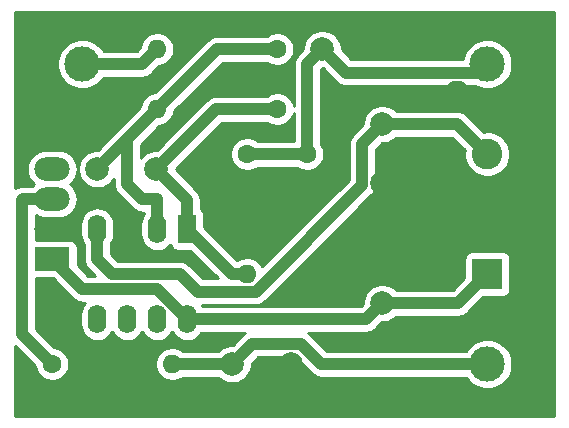
<source format=gbr>
%TF.GenerationSoftware,KiCad,Pcbnew,(5.1.9)-1*%
%TF.CreationDate,2021-11-03T21:44:47+07:00*%
%TF.ProjectId,PMT_Mini_Amp,504d545f-4d69-46e6-995f-416d702e6b69,rev?*%
%TF.SameCoordinates,Original*%
%TF.FileFunction,Copper,L2,Bot*%
%TF.FilePolarity,Positive*%
%FSLAX46Y46*%
G04 Gerber Fmt 4.6, Leading zero omitted, Abs format (unit mm)*
G04 Created by KiCad (PCBNEW (5.1.9)-1) date 2021-11-03 21:44:47*
%MOMM*%
%LPD*%
G01*
G04 APERTURE LIST*
%TA.AperFunction,ComponentPad*%
%ADD10O,1.600000X1.600000*%
%TD*%
%TA.AperFunction,ComponentPad*%
%ADD11C,1.600000*%
%TD*%
%TA.AperFunction,ComponentPad*%
%ADD12O,3.000000X2.000000*%
%TD*%
%TA.AperFunction,ComponentPad*%
%ADD13R,3.000000X2.000000*%
%TD*%
%TA.AperFunction,ComponentPad*%
%ADD14O,1.600000X2.400000*%
%TD*%
%TA.AperFunction,ComponentPad*%
%ADD15R,1.600000X2.400000*%
%TD*%
%TA.AperFunction,ComponentPad*%
%ADD16C,2.250000*%
%TD*%
%TA.AperFunction,ComponentPad*%
%ADD17C,3.000000*%
%TD*%
%TA.AperFunction,ComponentPad*%
%ADD18C,2.600000*%
%TD*%
%TA.AperFunction,ComponentPad*%
%ADD19R,2.600000X2.600000*%
%TD*%
%TA.AperFunction,ComponentPad*%
%ADD20C,2.000000*%
%TD*%
%TA.AperFunction,Conductor*%
%ADD21C,1.000000*%
%TD*%
%TA.AperFunction,Conductor*%
%ADD22C,0.254000*%
%TD*%
%TA.AperFunction,Conductor*%
%ADD23C,0.100000*%
%TD*%
G04 APERTURE END LIST*
D10*
%TO.P,R5,2*%
%TO.N,GND*%
X130810000Y-140970000D03*
D11*
%TO.P,R5,1*%
%TO.N,Net-(C5-Pad1)*%
X130810000Y-130810000D03*
%TD*%
D12*
%TO.P,J1,4*%
%TO.N,Blue*%
X109220000Y-132080000D03*
%TO.P,J1,3*%
%TO.N,White*%
X109220000Y-134620000D03*
%TO.P,J1,2*%
%TO.N,GND*%
X109220000Y-137160000D03*
D13*
%TO.P,J1,1*%
%TO.N,+12V*%
X109220000Y-139700000D03*
%TD*%
D14*
%TO.P,U1,8*%
%TO.N,+12V*%
X120650000Y-144780000D03*
%TO.P,U1,4*%
%TO.N,-12V*%
X113030000Y-137160000D03*
%TO.P,U1,7*%
%TO.N,N/C*%
X118110000Y-144780000D03*
%TO.P,U1,3*%
%TO.N,GND*%
X115570000Y-137160000D03*
%TO.P,U1,6*%
%TO.N,N/C*%
X115570000Y-144780000D03*
%TO.P,U1,2*%
%TO.N,Net-(C4-Pad2)*%
X118110000Y-137160000D03*
%TO.P,U1,5*%
%TO.N,N/C*%
X113030000Y-144780000D03*
D15*
%TO.P,U1,1*%
%TO.N,Net-(C4-Pad1)*%
X120650000Y-137160000D03*
%TD*%
D10*
%TO.P,R4,2*%
%TO.N,Net-(C4-Pad1)*%
X125730000Y-140970000D03*
D11*
%TO.P,R4,1*%
%TO.N,Net-(C5-Pad1)*%
X125730000Y-130810000D03*
%TD*%
D10*
%TO.P,R3,2*%
%TO.N,Net-(C4-Pad2)*%
X118110000Y-127000000D03*
D11*
%TO.P,R3,1*%
%TO.N,Net-(C4-Pad1)*%
X128270000Y-127000000D03*
%TD*%
D10*
%TO.P,R2,2*%
%TO.N,Net-(C1-Pad1)*%
X119380000Y-148590000D03*
D11*
%TO.P,R2,1*%
%TO.N,White*%
X109220000Y-148590000D03*
%TD*%
D10*
%TO.P,R1,2*%
%TO.N,Net-(J2-Pad1)*%
X118110000Y-121920000D03*
D11*
%TO.P,R1,1*%
%TO.N,Net-(C4-Pad2)*%
X128270000Y-121920000D03*
%TD*%
D16*
%TO.P,J5,2*%
%TO.N,GND*%
X143510000Y-125730000D03*
X143510000Y-120650000D03*
X148590000Y-120650000D03*
X148590000Y-125730000D03*
D17*
%TO.P,J5,1*%
%TO.N,Net-(C5-Pad1)*%
X146050000Y-123190000D03*
%TD*%
D18*
%TO.P,J4,3*%
%TO.N,-12V*%
X146050000Y-130810000D03*
%TO.P,J4,2*%
%TO.N,GND*%
X146050000Y-135890000D03*
D19*
%TO.P,J4,1*%
%TO.N,+12V*%
X146050000Y-140970000D03*
%TD*%
D16*
%TO.P,J3,2*%
%TO.N,GND*%
X143510000Y-151130000D03*
X143510000Y-146050000D03*
X148590000Y-146050000D03*
X148590000Y-151130000D03*
D17*
%TO.P,J3,1*%
%TO.N,Net-(C1-Pad1)*%
X146050000Y-148590000D03*
%TD*%
D16*
%TO.P,J2,2*%
%TO.N,GND*%
X109220000Y-125730000D03*
X109220000Y-120650000D03*
X114300000Y-120650000D03*
X114300000Y-125730000D03*
D17*
%TO.P,J2,1*%
%TO.N,Net-(J2-Pad1)*%
X111760000Y-123190000D03*
%TD*%
D20*
%TO.P,C5,2*%
%TO.N,GND*%
X137080000Y-121920000D03*
%TO.P,C5,1*%
%TO.N,Net-(C5-Pad1)*%
X132080000Y-121920000D03*
%TD*%
%TO.P,C4,2*%
%TO.N,Net-(C4-Pad2)*%
X113030000Y-132080000D03*
%TO.P,C4,1*%
%TO.N,Net-(C4-Pad1)*%
X118030000Y-132080000D03*
%TD*%
%TO.P,C3,2*%
%TO.N,+12V*%
X137160000Y-143430000D03*
%TO.P,C3,1*%
%TO.N,GND*%
X137160000Y-138430000D03*
%TD*%
%TO.P,C2,2*%
%TO.N,-12V*%
X137160000Y-128270000D03*
%TO.P,C2,1*%
%TO.N,GND*%
X137160000Y-133270000D03*
%TD*%
%TO.P,C1,2*%
%TO.N,GND*%
X129460000Y-148590000D03*
%TO.P,C1,1*%
%TO.N,Net-(C1-Pad1)*%
X124460000Y-148590000D03*
%TD*%
D21*
%TO.N,Net-(C1-Pad1)*%
X119380000Y-148590000D02*
X124460000Y-148590000D01*
X126160001Y-146889999D02*
X124460000Y-148590000D01*
X130276001Y-146889999D02*
X126160001Y-146889999D01*
X131976002Y-148590000D02*
X130276001Y-146889999D01*
X146050000Y-148590000D02*
X131976002Y-148590000D01*
%TO.N,Net-(C4-Pad2)*%
X123190000Y-121920000D02*
X118110000Y-127000000D01*
X128270000Y-121920000D02*
X123190000Y-121920000D01*
X118110000Y-137160000D02*
X118110000Y-134620000D01*
X118110000Y-134620000D02*
X116840000Y-134620000D01*
X115570000Y-133350000D02*
X115570000Y-129540000D01*
X116840000Y-134620000D02*
X115570000Y-133350000D01*
X115570000Y-129540000D02*
X113030000Y-132080000D01*
X118110000Y-127000000D02*
X115570000Y-129540000D01*
%TO.N,Net-(C4-Pad1)*%
X123110000Y-127000000D02*
X128270000Y-127000000D01*
X118030000Y-132080000D02*
X123110000Y-127000000D01*
X124460000Y-140970000D02*
X120650000Y-137160000D01*
X125730000Y-140970000D02*
X124460000Y-140970000D01*
X120650000Y-134700000D02*
X118030000Y-132080000D01*
X120650000Y-137160000D02*
X120650000Y-134700000D01*
%TO.N,Net-(C5-Pad1)*%
X130810000Y-130810000D02*
X125730000Y-130810000D01*
X130810000Y-123190000D02*
X132080000Y-121920000D01*
X130810000Y-130810000D02*
X130810000Y-123190000D01*
X145335001Y-123904999D02*
X146050000Y-123190000D01*
X134064999Y-123904999D02*
X145335001Y-123904999D01*
X132080000Y-121920000D02*
X134064999Y-123904999D01*
%TO.N,White*%
X109220000Y-148590000D02*
X106680000Y-146050000D01*
X106720000Y-134620000D02*
X109220000Y-134620000D01*
X106680000Y-134660000D02*
X106720000Y-134620000D01*
X106680000Y-146050000D02*
X106680000Y-134660000D01*
%TO.N,+12V*%
X143590000Y-143430000D02*
X146050000Y-140970000D01*
X137160000Y-143430000D02*
X143590000Y-143430000D01*
X111760000Y-142240000D02*
X109220000Y-139700000D01*
X118110000Y-142240000D02*
X111760000Y-142240000D01*
X120650000Y-144780000D02*
X118110000Y-142240000D01*
X135810000Y-144780000D02*
X137160000Y-143430000D01*
X120650000Y-144780000D02*
X135810000Y-144780000D01*
%TO.N,Net-(J2-Pad1)*%
X116840000Y-123190000D02*
X118110000Y-121920000D01*
X111760000Y-123190000D02*
X116840000Y-123190000D01*
%TO.N,-12V*%
X146050000Y-130810000D02*
X143510000Y-128270000D01*
X143510000Y-128270000D02*
X137160000Y-128270000D01*
X114300000Y-140970000D02*
X113030000Y-139700000D01*
X120019990Y-140970000D02*
X114300000Y-140970000D01*
X121519991Y-142470001D02*
X120019990Y-140970000D01*
X126450001Y-142470001D02*
X121519991Y-142470001D01*
X135459999Y-133460003D02*
X126450001Y-142470001D01*
X135459999Y-129970001D02*
X135459999Y-133460003D01*
X113030000Y-139700000D02*
X113030000Y-137160000D01*
X137160000Y-128270000D02*
X135459999Y-129970001D01*
%TD*%
D22*
%TO.N,GND*%
X151740000Y-153010000D02*
X106070000Y-153010000D01*
X106070000Y-147045131D01*
X107792150Y-148767282D01*
X107840147Y-149008574D01*
X107948320Y-149269727D01*
X108105363Y-149504759D01*
X108305241Y-149704637D01*
X108540273Y-149861680D01*
X108801426Y-149969853D01*
X109078665Y-150025000D01*
X109361335Y-150025000D01*
X109638574Y-149969853D01*
X109899727Y-149861680D01*
X110134759Y-149704637D01*
X110334637Y-149504759D01*
X110491680Y-149269727D01*
X110599853Y-149008574D01*
X110655000Y-148731335D01*
X110655000Y-148448665D01*
X110599853Y-148171426D01*
X110491680Y-147910273D01*
X110334637Y-147675241D01*
X110134759Y-147475363D01*
X109899727Y-147318320D01*
X109638574Y-147210147D01*
X109397282Y-147162150D01*
X107815000Y-145579869D01*
X107815000Y-141338072D01*
X109252941Y-141338072D01*
X110918009Y-143003141D01*
X110953551Y-143046449D01*
X111126377Y-143188284D01*
X111323553Y-143293676D01*
X111537501Y-143358577D01*
X111704248Y-143375000D01*
X111704257Y-143375000D01*
X111759999Y-143380490D01*
X111815741Y-143375000D01*
X111998404Y-143375000D01*
X111831068Y-143578899D01*
X111697818Y-143828192D01*
X111615764Y-144098691D01*
X111595000Y-144309508D01*
X111595000Y-145250491D01*
X111615764Y-145461308D01*
X111697818Y-145731807D01*
X111831068Y-145981100D01*
X112010392Y-146199607D01*
X112228899Y-146378932D01*
X112478192Y-146512182D01*
X112748691Y-146594236D01*
X113030000Y-146621943D01*
X113311308Y-146594236D01*
X113581807Y-146512182D01*
X113831100Y-146378932D01*
X114049607Y-146199608D01*
X114228932Y-145981101D01*
X114300000Y-145848142D01*
X114371068Y-145981100D01*
X114550392Y-146199607D01*
X114768899Y-146378932D01*
X115018192Y-146512182D01*
X115288691Y-146594236D01*
X115570000Y-146621943D01*
X115851308Y-146594236D01*
X116121807Y-146512182D01*
X116371100Y-146378932D01*
X116589607Y-146199608D01*
X116768932Y-145981101D01*
X116840000Y-145848142D01*
X116911068Y-145981100D01*
X117090392Y-146199607D01*
X117308899Y-146378932D01*
X117558192Y-146512182D01*
X117828691Y-146594236D01*
X118110000Y-146621943D01*
X118391308Y-146594236D01*
X118661807Y-146512182D01*
X118911100Y-146378932D01*
X119129607Y-146199608D01*
X119308932Y-145981101D01*
X119380000Y-145848142D01*
X119451068Y-145981100D01*
X119630392Y-146199607D01*
X119848899Y-146378932D01*
X120098192Y-146512182D01*
X120368691Y-146594236D01*
X120650000Y-146621943D01*
X120931308Y-146594236D01*
X121201807Y-146512182D01*
X121451100Y-146378932D01*
X121669607Y-146199608D01*
X121848932Y-145981101D01*
X121884264Y-145915000D01*
X125576359Y-145915000D01*
X125526378Y-145941715D01*
X125353552Y-146083550D01*
X125318010Y-146126859D01*
X124489869Y-146955000D01*
X124298967Y-146955000D01*
X123983088Y-147017832D01*
X123685537Y-147141082D01*
X123417748Y-147320013D01*
X123282761Y-147455000D01*
X120264284Y-147455000D01*
X120059727Y-147318320D01*
X119798574Y-147210147D01*
X119521335Y-147155000D01*
X119238665Y-147155000D01*
X118961426Y-147210147D01*
X118700273Y-147318320D01*
X118465241Y-147475363D01*
X118265363Y-147675241D01*
X118108320Y-147910273D01*
X118000147Y-148171426D01*
X117945000Y-148448665D01*
X117945000Y-148731335D01*
X118000147Y-149008574D01*
X118108320Y-149269727D01*
X118265363Y-149504759D01*
X118465241Y-149704637D01*
X118700273Y-149861680D01*
X118961426Y-149969853D01*
X119238665Y-150025000D01*
X119521335Y-150025000D01*
X119798574Y-149969853D01*
X120059727Y-149861680D01*
X120264284Y-149725000D01*
X123282761Y-149725000D01*
X123417748Y-149859987D01*
X123685537Y-150038918D01*
X123983088Y-150162168D01*
X124298967Y-150225000D01*
X124621033Y-150225000D01*
X124936912Y-150162168D01*
X125234463Y-150038918D01*
X125502252Y-149859987D01*
X125729987Y-149632252D01*
X125908918Y-149364463D01*
X126032168Y-149066912D01*
X126095000Y-148751033D01*
X126095000Y-148560131D01*
X126630133Y-148024999D01*
X129805870Y-148024999D01*
X131134011Y-149353140D01*
X131169553Y-149396449D01*
X131342379Y-149538284D01*
X131539555Y-149643676D01*
X131753503Y-149708577D01*
X131920250Y-149725000D01*
X131920259Y-149725000D01*
X131976001Y-149730490D01*
X132031743Y-149725000D01*
X144240640Y-149725000D01*
X144391637Y-149950983D01*
X144689017Y-150248363D01*
X145038698Y-150482012D01*
X145427244Y-150642953D01*
X145839721Y-150725000D01*
X146260279Y-150725000D01*
X146672756Y-150642953D01*
X147061302Y-150482012D01*
X147410983Y-150248363D01*
X147708363Y-149950983D01*
X147942012Y-149601302D01*
X148102953Y-149212756D01*
X148185000Y-148800279D01*
X148185000Y-148379721D01*
X148102953Y-147967244D01*
X147942012Y-147578698D01*
X147708363Y-147229017D01*
X147410983Y-146931637D01*
X147061302Y-146697988D01*
X146672756Y-146537047D01*
X146260279Y-146455000D01*
X145839721Y-146455000D01*
X145427244Y-146537047D01*
X145038698Y-146697988D01*
X144689017Y-146931637D01*
X144391637Y-147229017D01*
X144240640Y-147455000D01*
X132446134Y-147455000D01*
X131117997Y-146126864D01*
X131082450Y-146083550D01*
X130909624Y-145941715D01*
X130859643Y-145915000D01*
X135754249Y-145915000D01*
X135810000Y-145920491D01*
X135865751Y-145915000D01*
X135865752Y-145915000D01*
X136032499Y-145898577D01*
X136246447Y-145833676D01*
X136443623Y-145728284D01*
X136616449Y-145586449D01*
X136651996Y-145543135D01*
X137130131Y-145065000D01*
X137321033Y-145065000D01*
X137636912Y-145002168D01*
X137934463Y-144878918D01*
X138202252Y-144699987D01*
X138337239Y-144565000D01*
X143534249Y-144565000D01*
X143590000Y-144570491D01*
X143645751Y-144565000D01*
X143645752Y-144565000D01*
X143812499Y-144548577D01*
X144026447Y-144483676D01*
X144223623Y-144378284D01*
X144396449Y-144236449D01*
X144431996Y-144193135D01*
X145717060Y-142908072D01*
X147350000Y-142908072D01*
X147474482Y-142895812D01*
X147594180Y-142859502D01*
X147704494Y-142800537D01*
X147801185Y-142721185D01*
X147880537Y-142624494D01*
X147939502Y-142514180D01*
X147975812Y-142394482D01*
X147988072Y-142270000D01*
X147988072Y-139670000D01*
X147975812Y-139545518D01*
X147939502Y-139425820D01*
X147880537Y-139315506D01*
X147801185Y-139218815D01*
X147704494Y-139139463D01*
X147594180Y-139080498D01*
X147474482Y-139044188D01*
X147350000Y-139031928D01*
X144750000Y-139031928D01*
X144625518Y-139044188D01*
X144505820Y-139080498D01*
X144395506Y-139139463D01*
X144298815Y-139218815D01*
X144219463Y-139315506D01*
X144160498Y-139425820D01*
X144124188Y-139545518D01*
X144111928Y-139670000D01*
X144111928Y-141302940D01*
X143119869Y-142295000D01*
X138337239Y-142295000D01*
X138202252Y-142160013D01*
X137934463Y-141981082D01*
X137636912Y-141857832D01*
X137321033Y-141795000D01*
X136998967Y-141795000D01*
X136683088Y-141857832D01*
X136385537Y-141981082D01*
X136117748Y-142160013D01*
X135890013Y-142387748D01*
X135711082Y-142655537D01*
X135587832Y-142953088D01*
X135525000Y-143268967D01*
X135525000Y-143459869D01*
X135339869Y-143645000D01*
X121884264Y-143645000D01*
X121862884Y-143605001D01*
X126394250Y-143605001D01*
X126450001Y-143610492D01*
X126505752Y-143605001D01*
X126505753Y-143605001D01*
X126672500Y-143588578D01*
X126886448Y-143523677D01*
X127083624Y-143418285D01*
X127256450Y-143276450D01*
X127291997Y-143233136D01*
X136223140Y-134301994D01*
X136266448Y-134266452D01*
X136408283Y-134093626D01*
X136513675Y-133896450D01*
X136578576Y-133682502D01*
X136594999Y-133515755D01*
X136594999Y-133515746D01*
X136600489Y-133460004D01*
X136594999Y-133404262D01*
X136594999Y-130440132D01*
X137130132Y-129905000D01*
X137321033Y-129905000D01*
X137636912Y-129842168D01*
X137934463Y-129718918D01*
X138202252Y-129539987D01*
X138337239Y-129405000D01*
X143039869Y-129405000D01*
X144138109Y-130503241D01*
X144115000Y-130619419D01*
X144115000Y-131000581D01*
X144189361Y-131374419D01*
X144335225Y-131726566D01*
X144546987Y-132043491D01*
X144816509Y-132313013D01*
X145133434Y-132524775D01*
X145485581Y-132670639D01*
X145859419Y-132745000D01*
X146240581Y-132745000D01*
X146614419Y-132670639D01*
X146966566Y-132524775D01*
X147283491Y-132313013D01*
X147553013Y-132043491D01*
X147764775Y-131726566D01*
X147910639Y-131374419D01*
X147985000Y-131000581D01*
X147985000Y-130619419D01*
X147910639Y-130245581D01*
X147764775Y-129893434D01*
X147553013Y-129576509D01*
X147283491Y-129306987D01*
X146966566Y-129095225D01*
X146614419Y-128949361D01*
X146240581Y-128875000D01*
X145859419Y-128875000D01*
X145743241Y-128898109D01*
X144351996Y-127506865D01*
X144316449Y-127463551D01*
X144143623Y-127321716D01*
X143946447Y-127216324D01*
X143732499Y-127151423D01*
X143565752Y-127135000D01*
X143565751Y-127135000D01*
X143510000Y-127129509D01*
X143454249Y-127135000D01*
X138337239Y-127135000D01*
X138202252Y-127000013D01*
X137934463Y-126821082D01*
X137636912Y-126697832D01*
X137321033Y-126635000D01*
X136998967Y-126635000D01*
X136683088Y-126697832D01*
X136385537Y-126821082D01*
X136117748Y-127000013D01*
X135890013Y-127227748D01*
X135711082Y-127495537D01*
X135587832Y-127793088D01*
X135525000Y-128108967D01*
X135525000Y-128299868D01*
X134696864Y-129128005D01*
X134653550Y-129163552D01*
X134511715Y-129336378D01*
X134432678Y-129484248D01*
X134406323Y-129533555D01*
X134341422Y-129747503D01*
X134319508Y-129970001D01*
X134324999Y-130025753D01*
X134325000Y-132989870D01*
X127008392Y-140306478D01*
X127001680Y-140290273D01*
X126844637Y-140055241D01*
X126644759Y-139855363D01*
X126409727Y-139698320D01*
X126148574Y-139590147D01*
X125871335Y-139535000D01*
X125588665Y-139535000D01*
X125311426Y-139590147D01*
X125050273Y-139698320D01*
X124896320Y-139801188D01*
X122088072Y-136992941D01*
X122088072Y-135960000D01*
X122075812Y-135835518D01*
X122039502Y-135715820D01*
X121980537Y-135605506D01*
X121901185Y-135508815D01*
X121804494Y-135429463D01*
X121785000Y-135419043D01*
X121785000Y-134755752D01*
X121790491Y-134700000D01*
X121768577Y-134477501D01*
X121703676Y-134263553D01*
X121598284Y-134066377D01*
X121491989Y-133936856D01*
X121491987Y-133936854D01*
X121456449Y-133893551D01*
X121413146Y-133858013D01*
X119665000Y-132109868D01*
X119665000Y-132050131D01*
X123580132Y-128135000D01*
X127385716Y-128135000D01*
X127590273Y-128271680D01*
X127851426Y-128379853D01*
X128128665Y-128435000D01*
X128411335Y-128435000D01*
X128688574Y-128379853D01*
X128949727Y-128271680D01*
X129184759Y-128114637D01*
X129384637Y-127914759D01*
X129541680Y-127679727D01*
X129649853Y-127418574D01*
X129675000Y-127292151D01*
X129675000Y-129675000D01*
X126614284Y-129675000D01*
X126409727Y-129538320D01*
X126148574Y-129430147D01*
X125871335Y-129375000D01*
X125588665Y-129375000D01*
X125311426Y-129430147D01*
X125050273Y-129538320D01*
X124815241Y-129695363D01*
X124615363Y-129895241D01*
X124458320Y-130130273D01*
X124350147Y-130391426D01*
X124295000Y-130668665D01*
X124295000Y-130951335D01*
X124350147Y-131228574D01*
X124458320Y-131489727D01*
X124615363Y-131724759D01*
X124815241Y-131924637D01*
X125050273Y-132081680D01*
X125311426Y-132189853D01*
X125588665Y-132245000D01*
X125871335Y-132245000D01*
X126148574Y-132189853D01*
X126409727Y-132081680D01*
X126614284Y-131945000D01*
X129925716Y-131945000D01*
X130130273Y-132081680D01*
X130391426Y-132189853D01*
X130668665Y-132245000D01*
X130951335Y-132245000D01*
X131228574Y-132189853D01*
X131489727Y-132081680D01*
X131724759Y-131924637D01*
X131924637Y-131724759D01*
X132081680Y-131489727D01*
X132189853Y-131228574D01*
X132245000Y-130951335D01*
X132245000Y-130668665D01*
X132189853Y-130391426D01*
X132081680Y-130130273D01*
X131945000Y-129925716D01*
X131945000Y-123660131D01*
X132050131Y-123555000D01*
X132109868Y-123555000D01*
X133223012Y-124668145D01*
X133258550Y-124711448D01*
X133301853Y-124746986D01*
X133301855Y-124746988D01*
X133431376Y-124853283D01*
X133628552Y-124958675D01*
X133842500Y-125023576D01*
X134064999Y-125045490D01*
X134120751Y-125039999D01*
X144975821Y-125039999D01*
X145038698Y-125082012D01*
X145427244Y-125242953D01*
X145839721Y-125325000D01*
X146260279Y-125325000D01*
X146672756Y-125242953D01*
X147061302Y-125082012D01*
X147410983Y-124848363D01*
X147708363Y-124550983D01*
X147942012Y-124201302D01*
X148102953Y-123812756D01*
X148185000Y-123400279D01*
X148185000Y-122979721D01*
X148102953Y-122567244D01*
X147942012Y-122178698D01*
X147708363Y-121829017D01*
X147410983Y-121531637D01*
X147061302Y-121297988D01*
X146672756Y-121137047D01*
X146260279Y-121055000D01*
X145839721Y-121055000D01*
X145427244Y-121137047D01*
X145038698Y-121297988D01*
X144689017Y-121531637D01*
X144391637Y-121829017D01*
X144157988Y-122178698D01*
X143997047Y-122567244D01*
X143956716Y-122769999D01*
X134535132Y-122769999D01*
X133715000Y-121949868D01*
X133715000Y-121758967D01*
X133652168Y-121443088D01*
X133528918Y-121145537D01*
X133349987Y-120877748D01*
X133122252Y-120650013D01*
X132854463Y-120471082D01*
X132556912Y-120347832D01*
X132241033Y-120285000D01*
X131918967Y-120285000D01*
X131603088Y-120347832D01*
X131305537Y-120471082D01*
X131037748Y-120650013D01*
X130810013Y-120877748D01*
X130631082Y-121145537D01*
X130507832Y-121443088D01*
X130445000Y-121758967D01*
X130445000Y-121949869D01*
X130046860Y-122348009D01*
X130003552Y-122383551D01*
X129861717Y-122556377D01*
X129855909Y-122567244D01*
X129756324Y-122753554D01*
X129691423Y-122967502D01*
X129669509Y-123190000D01*
X129675001Y-123245761D01*
X129675001Y-126707850D01*
X129649853Y-126581426D01*
X129541680Y-126320273D01*
X129384637Y-126085241D01*
X129184759Y-125885363D01*
X128949727Y-125728320D01*
X128688574Y-125620147D01*
X128411335Y-125565000D01*
X128128665Y-125565000D01*
X127851426Y-125620147D01*
X127590273Y-125728320D01*
X127385716Y-125865000D01*
X123165751Y-125865000D01*
X123110000Y-125859509D01*
X123054248Y-125865000D01*
X122887501Y-125881423D01*
X122673553Y-125946324D01*
X122476377Y-126051716D01*
X122303551Y-126193551D01*
X122268011Y-126236857D01*
X118059869Y-130445000D01*
X117868967Y-130445000D01*
X117553088Y-130507832D01*
X117255537Y-130631082D01*
X116987748Y-130810013D01*
X116760013Y-131037748D01*
X116705000Y-131120081D01*
X116705000Y-130010131D01*
X118287282Y-128427850D01*
X118528574Y-128379853D01*
X118789727Y-128271680D01*
X119024759Y-128114637D01*
X119224637Y-127914759D01*
X119381680Y-127679727D01*
X119489853Y-127418574D01*
X119537850Y-127177281D01*
X123660132Y-123055000D01*
X127385716Y-123055000D01*
X127590273Y-123191680D01*
X127851426Y-123299853D01*
X128128665Y-123355000D01*
X128411335Y-123355000D01*
X128688574Y-123299853D01*
X128949727Y-123191680D01*
X129184759Y-123034637D01*
X129384637Y-122834759D01*
X129541680Y-122599727D01*
X129649853Y-122338574D01*
X129705000Y-122061335D01*
X129705000Y-121778665D01*
X129649853Y-121501426D01*
X129541680Y-121240273D01*
X129384637Y-121005241D01*
X129184759Y-120805363D01*
X128949727Y-120648320D01*
X128688574Y-120540147D01*
X128411335Y-120485000D01*
X128128665Y-120485000D01*
X127851426Y-120540147D01*
X127590273Y-120648320D01*
X127385716Y-120785000D01*
X123245751Y-120785000D01*
X123190000Y-120779509D01*
X123134248Y-120785000D01*
X122967501Y-120801423D01*
X122753553Y-120866324D01*
X122556377Y-120971716D01*
X122383551Y-121113551D01*
X122348009Y-121156859D01*
X117932719Y-125572150D01*
X117691426Y-125620147D01*
X117430273Y-125728320D01*
X117195241Y-125885363D01*
X116995363Y-126085241D01*
X116838320Y-126320273D01*
X116730147Y-126581426D01*
X116682150Y-126822718D01*
X114806861Y-128698008D01*
X114806856Y-128698012D01*
X114763552Y-128733551D01*
X114728014Y-128776854D01*
X113059869Y-130445000D01*
X112868967Y-130445000D01*
X112553088Y-130507832D01*
X112255537Y-130631082D01*
X111987748Y-130810013D01*
X111760013Y-131037748D01*
X111581082Y-131305537D01*
X111457832Y-131603088D01*
X111395000Y-131918967D01*
X111395000Y-132241033D01*
X111457832Y-132556912D01*
X111581082Y-132854463D01*
X111760013Y-133122252D01*
X111987748Y-133349987D01*
X112255537Y-133528918D01*
X112553088Y-133652168D01*
X112868967Y-133715000D01*
X113191033Y-133715000D01*
X113506912Y-133652168D01*
X113804463Y-133528918D01*
X114072252Y-133349987D01*
X114299987Y-133122252D01*
X114435000Y-132920191D01*
X114435000Y-133294248D01*
X114429509Y-133350000D01*
X114435000Y-133405751D01*
X114451423Y-133572498D01*
X114516324Y-133786446D01*
X114621716Y-133983623D01*
X114763551Y-134156449D01*
X114806865Y-134191996D01*
X115998008Y-135383140D01*
X116033551Y-135426449D01*
X116206377Y-135568284D01*
X116403553Y-135673676D01*
X116542482Y-135715820D01*
X116617500Y-135738577D01*
X116635929Y-135740392D01*
X116784248Y-135755000D01*
X116784255Y-135755000D01*
X116839999Y-135760490D01*
X116895743Y-135755000D01*
X116975001Y-135755000D01*
X116975001Y-135880997D01*
X116911068Y-135958899D01*
X116777818Y-136208192D01*
X116695764Y-136478691D01*
X116675000Y-136689508D01*
X116675000Y-137630491D01*
X116695764Y-137841308D01*
X116777818Y-138111807D01*
X116911068Y-138361100D01*
X117090392Y-138579607D01*
X117308899Y-138758932D01*
X117558192Y-138892182D01*
X117828691Y-138974236D01*
X118110000Y-139001943D01*
X118391308Y-138974236D01*
X118661807Y-138892182D01*
X118911100Y-138758932D01*
X119129607Y-138579608D01*
X119222419Y-138466517D01*
X119224188Y-138484482D01*
X119260498Y-138604180D01*
X119319463Y-138714494D01*
X119398815Y-138811185D01*
X119495506Y-138890537D01*
X119605820Y-138949502D01*
X119725518Y-138985812D01*
X119850000Y-138998072D01*
X120882940Y-138998072D01*
X123219868Y-141335001D01*
X121990123Y-141335001D01*
X120861986Y-140206865D01*
X120826439Y-140163551D01*
X120653613Y-140021716D01*
X120456437Y-139916324D01*
X120242489Y-139851423D01*
X120075742Y-139835000D01*
X120075741Y-139835000D01*
X120019990Y-139829509D01*
X119964239Y-139835000D01*
X114770132Y-139835000D01*
X114165000Y-139229869D01*
X114165000Y-138439002D01*
X114228932Y-138361101D01*
X114362182Y-138111808D01*
X114444236Y-137841309D01*
X114465000Y-137630492D01*
X114465000Y-136689509D01*
X114444236Y-136478691D01*
X114362182Y-136208192D01*
X114228932Y-135958899D01*
X114049608Y-135740392D01*
X113831101Y-135561068D01*
X113581808Y-135427818D01*
X113311309Y-135345764D01*
X113030000Y-135318057D01*
X112748692Y-135345764D01*
X112478193Y-135427818D01*
X112228900Y-135561068D01*
X112010393Y-135740392D01*
X111831068Y-135958899D01*
X111697818Y-136208192D01*
X111615764Y-136478691D01*
X111595000Y-136689508D01*
X111595000Y-137630491D01*
X111615764Y-137841308D01*
X111697818Y-138111807D01*
X111831068Y-138361100D01*
X111895000Y-138439002D01*
X111895000Y-139644248D01*
X111889509Y-139700000D01*
X111895000Y-139755751D01*
X111911423Y-139922498D01*
X111976324Y-140136446D01*
X112081716Y-140333623D01*
X112223551Y-140506449D01*
X112266865Y-140541996D01*
X112829869Y-141105000D01*
X112230132Y-141105000D01*
X111358072Y-140232940D01*
X111358072Y-138700000D01*
X111345812Y-138575518D01*
X111309502Y-138455820D01*
X111250537Y-138345506D01*
X111171185Y-138248815D01*
X111074494Y-138169463D01*
X110964180Y-138110498D01*
X110844482Y-138074188D01*
X110720000Y-138061928D01*
X107815000Y-138061928D01*
X107815000Y-135990175D01*
X108091285Y-136137852D01*
X108399484Y-136231343D01*
X108639678Y-136255000D01*
X109800322Y-136255000D01*
X110040516Y-136231343D01*
X110348715Y-136137852D01*
X110632752Y-135986031D01*
X110881714Y-135781714D01*
X111086031Y-135532752D01*
X111237852Y-135248715D01*
X111331343Y-134940516D01*
X111362911Y-134620000D01*
X111331343Y-134299484D01*
X111237852Y-133991285D01*
X111086031Y-133707248D01*
X110881714Y-133458286D01*
X110749767Y-133350000D01*
X110881714Y-133241714D01*
X111086031Y-132992752D01*
X111237852Y-132708715D01*
X111331343Y-132400516D01*
X111362911Y-132080000D01*
X111331343Y-131759484D01*
X111237852Y-131451285D01*
X111086031Y-131167248D01*
X110881714Y-130918286D01*
X110632752Y-130713969D01*
X110348715Y-130562148D01*
X110040516Y-130468657D01*
X109800322Y-130445000D01*
X108639678Y-130445000D01*
X108399484Y-130468657D01*
X108091285Y-130562148D01*
X107807248Y-130713969D01*
X107558286Y-130918286D01*
X107353969Y-131167248D01*
X107202148Y-131451285D01*
X107108657Y-131759484D01*
X107077089Y-132080000D01*
X107108657Y-132400516D01*
X107202148Y-132708715D01*
X107353969Y-132992752D01*
X107558286Y-133241714D01*
X107690233Y-133350000D01*
X107558286Y-133458286D01*
X107536362Y-133485000D01*
X106775752Y-133485000D01*
X106720000Y-133479509D01*
X106664249Y-133485000D01*
X106664248Y-133485000D01*
X106497501Y-133501423D01*
X106283553Y-133566324D01*
X106086377Y-133671716D01*
X106070000Y-133685156D01*
X106070000Y-122979721D01*
X109625000Y-122979721D01*
X109625000Y-123400279D01*
X109707047Y-123812756D01*
X109867988Y-124201302D01*
X110101637Y-124550983D01*
X110399017Y-124848363D01*
X110748698Y-125082012D01*
X111137244Y-125242953D01*
X111549721Y-125325000D01*
X111970279Y-125325000D01*
X112382756Y-125242953D01*
X112771302Y-125082012D01*
X113120983Y-124848363D01*
X113418363Y-124550983D01*
X113569360Y-124325000D01*
X116784249Y-124325000D01*
X116840000Y-124330491D01*
X116895751Y-124325000D01*
X116895752Y-124325000D01*
X117062499Y-124308577D01*
X117276447Y-124243676D01*
X117473623Y-124138284D01*
X117646449Y-123996449D01*
X117681996Y-123953135D01*
X118287282Y-123347850D01*
X118528574Y-123299853D01*
X118789727Y-123191680D01*
X119024759Y-123034637D01*
X119224637Y-122834759D01*
X119381680Y-122599727D01*
X119489853Y-122338574D01*
X119545000Y-122061335D01*
X119545000Y-121778665D01*
X119489853Y-121501426D01*
X119381680Y-121240273D01*
X119224637Y-121005241D01*
X119024759Y-120805363D01*
X118789727Y-120648320D01*
X118528574Y-120540147D01*
X118251335Y-120485000D01*
X117968665Y-120485000D01*
X117691426Y-120540147D01*
X117430273Y-120648320D01*
X117195241Y-120805363D01*
X116995363Y-121005241D01*
X116838320Y-121240273D01*
X116730147Y-121501426D01*
X116682150Y-121742718D01*
X116369869Y-122055000D01*
X113569360Y-122055000D01*
X113418363Y-121829017D01*
X113120983Y-121531637D01*
X112771302Y-121297988D01*
X112382756Y-121137047D01*
X111970279Y-121055000D01*
X111549721Y-121055000D01*
X111137244Y-121137047D01*
X110748698Y-121297988D01*
X110399017Y-121531637D01*
X110101637Y-121829017D01*
X109867988Y-122178698D01*
X109707047Y-122567244D01*
X109625000Y-122979721D01*
X106070000Y-122979721D01*
X106070000Y-118770000D01*
X151740001Y-118770000D01*
X151740000Y-153010000D01*
%TA.AperFunction,Conductor*%
D23*
G36*
X151740000Y-153010000D02*
G01*
X106070000Y-153010000D01*
X106070000Y-147045131D01*
X107792150Y-148767282D01*
X107840147Y-149008574D01*
X107948320Y-149269727D01*
X108105363Y-149504759D01*
X108305241Y-149704637D01*
X108540273Y-149861680D01*
X108801426Y-149969853D01*
X109078665Y-150025000D01*
X109361335Y-150025000D01*
X109638574Y-149969853D01*
X109899727Y-149861680D01*
X110134759Y-149704637D01*
X110334637Y-149504759D01*
X110491680Y-149269727D01*
X110599853Y-149008574D01*
X110655000Y-148731335D01*
X110655000Y-148448665D01*
X110599853Y-148171426D01*
X110491680Y-147910273D01*
X110334637Y-147675241D01*
X110134759Y-147475363D01*
X109899727Y-147318320D01*
X109638574Y-147210147D01*
X109397282Y-147162150D01*
X107815000Y-145579869D01*
X107815000Y-141338072D01*
X109252941Y-141338072D01*
X110918009Y-143003141D01*
X110953551Y-143046449D01*
X111126377Y-143188284D01*
X111323553Y-143293676D01*
X111537501Y-143358577D01*
X111704248Y-143375000D01*
X111704257Y-143375000D01*
X111759999Y-143380490D01*
X111815741Y-143375000D01*
X111998404Y-143375000D01*
X111831068Y-143578899D01*
X111697818Y-143828192D01*
X111615764Y-144098691D01*
X111595000Y-144309508D01*
X111595000Y-145250491D01*
X111615764Y-145461308D01*
X111697818Y-145731807D01*
X111831068Y-145981100D01*
X112010392Y-146199607D01*
X112228899Y-146378932D01*
X112478192Y-146512182D01*
X112748691Y-146594236D01*
X113030000Y-146621943D01*
X113311308Y-146594236D01*
X113581807Y-146512182D01*
X113831100Y-146378932D01*
X114049607Y-146199608D01*
X114228932Y-145981101D01*
X114300000Y-145848142D01*
X114371068Y-145981100D01*
X114550392Y-146199607D01*
X114768899Y-146378932D01*
X115018192Y-146512182D01*
X115288691Y-146594236D01*
X115570000Y-146621943D01*
X115851308Y-146594236D01*
X116121807Y-146512182D01*
X116371100Y-146378932D01*
X116589607Y-146199608D01*
X116768932Y-145981101D01*
X116840000Y-145848142D01*
X116911068Y-145981100D01*
X117090392Y-146199607D01*
X117308899Y-146378932D01*
X117558192Y-146512182D01*
X117828691Y-146594236D01*
X118110000Y-146621943D01*
X118391308Y-146594236D01*
X118661807Y-146512182D01*
X118911100Y-146378932D01*
X119129607Y-146199608D01*
X119308932Y-145981101D01*
X119380000Y-145848142D01*
X119451068Y-145981100D01*
X119630392Y-146199607D01*
X119848899Y-146378932D01*
X120098192Y-146512182D01*
X120368691Y-146594236D01*
X120650000Y-146621943D01*
X120931308Y-146594236D01*
X121201807Y-146512182D01*
X121451100Y-146378932D01*
X121669607Y-146199608D01*
X121848932Y-145981101D01*
X121884264Y-145915000D01*
X125576359Y-145915000D01*
X125526378Y-145941715D01*
X125353552Y-146083550D01*
X125318010Y-146126859D01*
X124489869Y-146955000D01*
X124298967Y-146955000D01*
X123983088Y-147017832D01*
X123685537Y-147141082D01*
X123417748Y-147320013D01*
X123282761Y-147455000D01*
X120264284Y-147455000D01*
X120059727Y-147318320D01*
X119798574Y-147210147D01*
X119521335Y-147155000D01*
X119238665Y-147155000D01*
X118961426Y-147210147D01*
X118700273Y-147318320D01*
X118465241Y-147475363D01*
X118265363Y-147675241D01*
X118108320Y-147910273D01*
X118000147Y-148171426D01*
X117945000Y-148448665D01*
X117945000Y-148731335D01*
X118000147Y-149008574D01*
X118108320Y-149269727D01*
X118265363Y-149504759D01*
X118465241Y-149704637D01*
X118700273Y-149861680D01*
X118961426Y-149969853D01*
X119238665Y-150025000D01*
X119521335Y-150025000D01*
X119798574Y-149969853D01*
X120059727Y-149861680D01*
X120264284Y-149725000D01*
X123282761Y-149725000D01*
X123417748Y-149859987D01*
X123685537Y-150038918D01*
X123983088Y-150162168D01*
X124298967Y-150225000D01*
X124621033Y-150225000D01*
X124936912Y-150162168D01*
X125234463Y-150038918D01*
X125502252Y-149859987D01*
X125729987Y-149632252D01*
X125908918Y-149364463D01*
X126032168Y-149066912D01*
X126095000Y-148751033D01*
X126095000Y-148560131D01*
X126630133Y-148024999D01*
X129805870Y-148024999D01*
X131134011Y-149353140D01*
X131169553Y-149396449D01*
X131342379Y-149538284D01*
X131539555Y-149643676D01*
X131753503Y-149708577D01*
X131920250Y-149725000D01*
X131920259Y-149725000D01*
X131976001Y-149730490D01*
X132031743Y-149725000D01*
X144240640Y-149725000D01*
X144391637Y-149950983D01*
X144689017Y-150248363D01*
X145038698Y-150482012D01*
X145427244Y-150642953D01*
X145839721Y-150725000D01*
X146260279Y-150725000D01*
X146672756Y-150642953D01*
X147061302Y-150482012D01*
X147410983Y-150248363D01*
X147708363Y-149950983D01*
X147942012Y-149601302D01*
X148102953Y-149212756D01*
X148185000Y-148800279D01*
X148185000Y-148379721D01*
X148102953Y-147967244D01*
X147942012Y-147578698D01*
X147708363Y-147229017D01*
X147410983Y-146931637D01*
X147061302Y-146697988D01*
X146672756Y-146537047D01*
X146260279Y-146455000D01*
X145839721Y-146455000D01*
X145427244Y-146537047D01*
X145038698Y-146697988D01*
X144689017Y-146931637D01*
X144391637Y-147229017D01*
X144240640Y-147455000D01*
X132446134Y-147455000D01*
X131117997Y-146126864D01*
X131082450Y-146083550D01*
X130909624Y-145941715D01*
X130859643Y-145915000D01*
X135754249Y-145915000D01*
X135810000Y-145920491D01*
X135865751Y-145915000D01*
X135865752Y-145915000D01*
X136032499Y-145898577D01*
X136246447Y-145833676D01*
X136443623Y-145728284D01*
X136616449Y-145586449D01*
X136651996Y-145543135D01*
X137130131Y-145065000D01*
X137321033Y-145065000D01*
X137636912Y-145002168D01*
X137934463Y-144878918D01*
X138202252Y-144699987D01*
X138337239Y-144565000D01*
X143534249Y-144565000D01*
X143590000Y-144570491D01*
X143645751Y-144565000D01*
X143645752Y-144565000D01*
X143812499Y-144548577D01*
X144026447Y-144483676D01*
X144223623Y-144378284D01*
X144396449Y-144236449D01*
X144431996Y-144193135D01*
X145717060Y-142908072D01*
X147350000Y-142908072D01*
X147474482Y-142895812D01*
X147594180Y-142859502D01*
X147704494Y-142800537D01*
X147801185Y-142721185D01*
X147880537Y-142624494D01*
X147939502Y-142514180D01*
X147975812Y-142394482D01*
X147988072Y-142270000D01*
X147988072Y-139670000D01*
X147975812Y-139545518D01*
X147939502Y-139425820D01*
X147880537Y-139315506D01*
X147801185Y-139218815D01*
X147704494Y-139139463D01*
X147594180Y-139080498D01*
X147474482Y-139044188D01*
X147350000Y-139031928D01*
X144750000Y-139031928D01*
X144625518Y-139044188D01*
X144505820Y-139080498D01*
X144395506Y-139139463D01*
X144298815Y-139218815D01*
X144219463Y-139315506D01*
X144160498Y-139425820D01*
X144124188Y-139545518D01*
X144111928Y-139670000D01*
X144111928Y-141302940D01*
X143119869Y-142295000D01*
X138337239Y-142295000D01*
X138202252Y-142160013D01*
X137934463Y-141981082D01*
X137636912Y-141857832D01*
X137321033Y-141795000D01*
X136998967Y-141795000D01*
X136683088Y-141857832D01*
X136385537Y-141981082D01*
X136117748Y-142160013D01*
X135890013Y-142387748D01*
X135711082Y-142655537D01*
X135587832Y-142953088D01*
X135525000Y-143268967D01*
X135525000Y-143459869D01*
X135339869Y-143645000D01*
X121884264Y-143645000D01*
X121862884Y-143605001D01*
X126394250Y-143605001D01*
X126450001Y-143610492D01*
X126505752Y-143605001D01*
X126505753Y-143605001D01*
X126672500Y-143588578D01*
X126886448Y-143523677D01*
X127083624Y-143418285D01*
X127256450Y-143276450D01*
X127291997Y-143233136D01*
X136223140Y-134301994D01*
X136266448Y-134266452D01*
X136408283Y-134093626D01*
X136513675Y-133896450D01*
X136578576Y-133682502D01*
X136594999Y-133515755D01*
X136594999Y-133515746D01*
X136600489Y-133460004D01*
X136594999Y-133404262D01*
X136594999Y-130440132D01*
X137130132Y-129905000D01*
X137321033Y-129905000D01*
X137636912Y-129842168D01*
X137934463Y-129718918D01*
X138202252Y-129539987D01*
X138337239Y-129405000D01*
X143039869Y-129405000D01*
X144138109Y-130503241D01*
X144115000Y-130619419D01*
X144115000Y-131000581D01*
X144189361Y-131374419D01*
X144335225Y-131726566D01*
X144546987Y-132043491D01*
X144816509Y-132313013D01*
X145133434Y-132524775D01*
X145485581Y-132670639D01*
X145859419Y-132745000D01*
X146240581Y-132745000D01*
X146614419Y-132670639D01*
X146966566Y-132524775D01*
X147283491Y-132313013D01*
X147553013Y-132043491D01*
X147764775Y-131726566D01*
X147910639Y-131374419D01*
X147985000Y-131000581D01*
X147985000Y-130619419D01*
X147910639Y-130245581D01*
X147764775Y-129893434D01*
X147553013Y-129576509D01*
X147283491Y-129306987D01*
X146966566Y-129095225D01*
X146614419Y-128949361D01*
X146240581Y-128875000D01*
X145859419Y-128875000D01*
X145743241Y-128898109D01*
X144351996Y-127506865D01*
X144316449Y-127463551D01*
X144143623Y-127321716D01*
X143946447Y-127216324D01*
X143732499Y-127151423D01*
X143565752Y-127135000D01*
X143565751Y-127135000D01*
X143510000Y-127129509D01*
X143454249Y-127135000D01*
X138337239Y-127135000D01*
X138202252Y-127000013D01*
X137934463Y-126821082D01*
X137636912Y-126697832D01*
X137321033Y-126635000D01*
X136998967Y-126635000D01*
X136683088Y-126697832D01*
X136385537Y-126821082D01*
X136117748Y-127000013D01*
X135890013Y-127227748D01*
X135711082Y-127495537D01*
X135587832Y-127793088D01*
X135525000Y-128108967D01*
X135525000Y-128299868D01*
X134696864Y-129128005D01*
X134653550Y-129163552D01*
X134511715Y-129336378D01*
X134432678Y-129484248D01*
X134406323Y-129533555D01*
X134341422Y-129747503D01*
X134319508Y-129970001D01*
X134324999Y-130025753D01*
X134325000Y-132989870D01*
X127008392Y-140306478D01*
X127001680Y-140290273D01*
X126844637Y-140055241D01*
X126644759Y-139855363D01*
X126409727Y-139698320D01*
X126148574Y-139590147D01*
X125871335Y-139535000D01*
X125588665Y-139535000D01*
X125311426Y-139590147D01*
X125050273Y-139698320D01*
X124896320Y-139801188D01*
X122088072Y-136992941D01*
X122088072Y-135960000D01*
X122075812Y-135835518D01*
X122039502Y-135715820D01*
X121980537Y-135605506D01*
X121901185Y-135508815D01*
X121804494Y-135429463D01*
X121785000Y-135419043D01*
X121785000Y-134755752D01*
X121790491Y-134700000D01*
X121768577Y-134477501D01*
X121703676Y-134263553D01*
X121598284Y-134066377D01*
X121491989Y-133936856D01*
X121491987Y-133936854D01*
X121456449Y-133893551D01*
X121413146Y-133858013D01*
X119665000Y-132109868D01*
X119665000Y-132050131D01*
X123580132Y-128135000D01*
X127385716Y-128135000D01*
X127590273Y-128271680D01*
X127851426Y-128379853D01*
X128128665Y-128435000D01*
X128411335Y-128435000D01*
X128688574Y-128379853D01*
X128949727Y-128271680D01*
X129184759Y-128114637D01*
X129384637Y-127914759D01*
X129541680Y-127679727D01*
X129649853Y-127418574D01*
X129675000Y-127292151D01*
X129675000Y-129675000D01*
X126614284Y-129675000D01*
X126409727Y-129538320D01*
X126148574Y-129430147D01*
X125871335Y-129375000D01*
X125588665Y-129375000D01*
X125311426Y-129430147D01*
X125050273Y-129538320D01*
X124815241Y-129695363D01*
X124615363Y-129895241D01*
X124458320Y-130130273D01*
X124350147Y-130391426D01*
X124295000Y-130668665D01*
X124295000Y-130951335D01*
X124350147Y-131228574D01*
X124458320Y-131489727D01*
X124615363Y-131724759D01*
X124815241Y-131924637D01*
X125050273Y-132081680D01*
X125311426Y-132189853D01*
X125588665Y-132245000D01*
X125871335Y-132245000D01*
X126148574Y-132189853D01*
X126409727Y-132081680D01*
X126614284Y-131945000D01*
X129925716Y-131945000D01*
X130130273Y-132081680D01*
X130391426Y-132189853D01*
X130668665Y-132245000D01*
X130951335Y-132245000D01*
X131228574Y-132189853D01*
X131489727Y-132081680D01*
X131724759Y-131924637D01*
X131924637Y-131724759D01*
X132081680Y-131489727D01*
X132189853Y-131228574D01*
X132245000Y-130951335D01*
X132245000Y-130668665D01*
X132189853Y-130391426D01*
X132081680Y-130130273D01*
X131945000Y-129925716D01*
X131945000Y-123660131D01*
X132050131Y-123555000D01*
X132109868Y-123555000D01*
X133223012Y-124668145D01*
X133258550Y-124711448D01*
X133301853Y-124746986D01*
X133301855Y-124746988D01*
X133431376Y-124853283D01*
X133628552Y-124958675D01*
X133842500Y-125023576D01*
X134064999Y-125045490D01*
X134120751Y-125039999D01*
X144975821Y-125039999D01*
X145038698Y-125082012D01*
X145427244Y-125242953D01*
X145839721Y-125325000D01*
X146260279Y-125325000D01*
X146672756Y-125242953D01*
X147061302Y-125082012D01*
X147410983Y-124848363D01*
X147708363Y-124550983D01*
X147942012Y-124201302D01*
X148102953Y-123812756D01*
X148185000Y-123400279D01*
X148185000Y-122979721D01*
X148102953Y-122567244D01*
X147942012Y-122178698D01*
X147708363Y-121829017D01*
X147410983Y-121531637D01*
X147061302Y-121297988D01*
X146672756Y-121137047D01*
X146260279Y-121055000D01*
X145839721Y-121055000D01*
X145427244Y-121137047D01*
X145038698Y-121297988D01*
X144689017Y-121531637D01*
X144391637Y-121829017D01*
X144157988Y-122178698D01*
X143997047Y-122567244D01*
X143956716Y-122769999D01*
X134535132Y-122769999D01*
X133715000Y-121949868D01*
X133715000Y-121758967D01*
X133652168Y-121443088D01*
X133528918Y-121145537D01*
X133349987Y-120877748D01*
X133122252Y-120650013D01*
X132854463Y-120471082D01*
X132556912Y-120347832D01*
X132241033Y-120285000D01*
X131918967Y-120285000D01*
X131603088Y-120347832D01*
X131305537Y-120471082D01*
X131037748Y-120650013D01*
X130810013Y-120877748D01*
X130631082Y-121145537D01*
X130507832Y-121443088D01*
X130445000Y-121758967D01*
X130445000Y-121949869D01*
X130046860Y-122348009D01*
X130003552Y-122383551D01*
X129861717Y-122556377D01*
X129855909Y-122567244D01*
X129756324Y-122753554D01*
X129691423Y-122967502D01*
X129669509Y-123190000D01*
X129675001Y-123245761D01*
X129675001Y-126707850D01*
X129649853Y-126581426D01*
X129541680Y-126320273D01*
X129384637Y-126085241D01*
X129184759Y-125885363D01*
X128949727Y-125728320D01*
X128688574Y-125620147D01*
X128411335Y-125565000D01*
X128128665Y-125565000D01*
X127851426Y-125620147D01*
X127590273Y-125728320D01*
X127385716Y-125865000D01*
X123165751Y-125865000D01*
X123110000Y-125859509D01*
X123054248Y-125865000D01*
X122887501Y-125881423D01*
X122673553Y-125946324D01*
X122476377Y-126051716D01*
X122303551Y-126193551D01*
X122268011Y-126236857D01*
X118059869Y-130445000D01*
X117868967Y-130445000D01*
X117553088Y-130507832D01*
X117255537Y-130631082D01*
X116987748Y-130810013D01*
X116760013Y-131037748D01*
X116705000Y-131120081D01*
X116705000Y-130010131D01*
X118287282Y-128427850D01*
X118528574Y-128379853D01*
X118789727Y-128271680D01*
X119024759Y-128114637D01*
X119224637Y-127914759D01*
X119381680Y-127679727D01*
X119489853Y-127418574D01*
X119537850Y-127177281D01*
X123660132Y-123055000D01*
X127385716Y-123055000D01*
X127590273Y-123191680D01*
X127851426Y-123299853D01*
X128128665Y-123355000D01*
X128411335Y-123355000D01*
X128688574Y-123299853D01*
X128949727Y-123191680D01*
X129184759Y-123034637D01*
X129384637Y-122834759D01*
X129541680Y-122599727D01*
X129649853Y-122338574D01*
X129705000Y-122061335D01*
X129705000Y-121778665D01*
X129649853Y-121501426D01*
X129541680Y-121240273D01*
X129384637Y-121005241D01*
X129184759Y-120805363D01*
X128949727Y-120648320D01*
X128688574Y-120540147D01*
X128411335Y-120485000D01*
X128128665Y-120485000D01*
X127851426Y-120540147D01*
X127590273Y-120648320D01*
X127385716Y-120785000D01*
X123245751Y-120785000D01*
X123190000Y-120779509D01*
X123134248Y-120785000D01*
X122967501Y-120801423D01*
X122753553Y-120866324D01*
X122556377Y-120971716D01*
X122383551Y-121113551D01*
X122348009Y-121156859D01*
X117932719Y-125572150D01*
X117691426Y-125620147D01*
X117430273Y-125728320D01*
X117195241Y-125885363D01*
X116995363Y-126085241D01*
X116838320Y-126320273D01*
X116730147Y-126581426D01*
X116682150Y-126822718D01*
X114806861Y-128698008D01*
X114806856Y-128698012D01*
X114763552Y-128733551D01*
X114728014Y-128776854D01*
X113059869Y-130445000D01*
X112868967Y-130445000D01*
X112553088Y-130507832D01*
X112255537Y-130631082D01*
X111987748Y-130810013D01*
X111760013Y-131037748D01*
X111581082Y-131305537D01*
X111457832Y-131603088D01*
X111395000Y-131918967D01*
X111395000Y-132241033D01*
X111457832Y-132556912D01*
X111581082Y-132854463D01*
X111760013Y-133122252D01*
X111987748Y-133349987D01*
X112255537Y-133528918D01*
X112553088Y-133652168D01*
X112868967Y-133715000D01*
X113191033Y-133715000D01*
X113506912Y-133652168D01*
X113804463Y-133528918D01*
X114072252Y-133349987D01*
X114299987Y-133122252D01*
X114435000Y-132920191D01*
X114435000Y-133294248D01*
X114429509Y-133350000D01*
X114435000Y-133405751D01*
X114451423Y-133572498D01*
X114516324Y-133786446D01*
X114621716Y-133983623D01*
X114763551Y-134156449D01*
X114806865Y-134191996D01*
X115998008Y-135383140D01*
X116033551Y-135426449D01*
X116206377Y-135568284D01*
X116403553Y-135673676D01*
X116542482Y-135715820D01*
X116617500Y-135738577D01*
X116635929Y-135740392D01*
X116784248Y-135755000D01*
X116784255Y-135755000D01*
X116839999Y-135760490D01*
X116895743Y-135755000D01*
X116975001Y-135755000D01*
X116975001Y-135880997D01*
X116911068Y-135958899D01*
X116777818Y-136208192D01*
X116695764Y-136478691D01*
X116675000Y-136689508D01*
X116675000Y-137630491D01*
X116695764Y-137841308D01*
X116777818Y-138111807D01*
X116911068Y-138361100D01*
X117090392Y-138579607D01*
X117308899Y-138758932D01*
X117558192Y-138892182D01*
X117828691Y-138974236D01*
X118110000Y-139001943D01*
X118391308Y-138974236D01*
X118661807Y-138892182D01*
X118911100Y-138758932D01*
X119129607Y-138579608D01*
X119222419Y-138466517D01*
X119224188Y-138484482D01*
X119260498Y-138604180D01*
X119319463Y-138714494D01*
X119398815Y-138811185D01*
X119495506Y-138890537D01*
X119605820Y-138949502D01*
X119725518Y-138985812D01*
X119850000Y-138998072D01*
X120882940Y-138998072D01*
X123219868Y-141335001D01*
X121990123Y-141335001D01*
X120861986Y-140206865D01*
X120826439Y-140163551D01*
X120653613Y-140021716D01*
X120456437Y-139916324D01*
X120242489Y-139851423D01*
X120075742Y-139835000D01*
X120075741Y-139835000D01*
X120019990Y-139829509D01*
X119964239Y-139835000D01*
X114770132Y-139835000D01*
X114165000Y-139229869D01*
X114165000Y-138439002D01*
X114228932Y-138361101D01*
X114362182Y-138111808D01*
X114444236Y-137841309D01*
X114465000Y-137630492D01*
X114465000Y-136689509D01*
X114444236Y-136478691D01*
X114362182Y-136208192D01*
X114228932Y-135958899D01*
X114049608Y-135740392D01*
X113831101Y-135561068D01*
X113581808Y-135427818D01*
X113311309Y-135345764D01*
X113030000Y-135318057D01*
X112748692Y-135345764D01*
X112478193Y-135427818D01*
X112228900Y-135561068D01*
X112010393Y-135740392D01*
X111831068Y-135958899D01*
X111697818Y-136208192D01*
X111615764Y-136478691D01*
X111595000Y-136689508D01*
X111595000Y-137630491D01*
X111615764Y-137841308D01*
X111697818Y-138111807D01*
X111831068Y-138361100D01*
X111895000Y-138439002D01*
X111895000Y-139644248D01*
X111889509Y-139700000D01*
X111895000Y-139755751D01*
X111911423Y-139922498D01*
X111976324Y-140136446D01*
X112081716Y-140333623D01*
X112223551Y-140506449D01*
X112266865Y-140541996D01*
X112829869Y-141105000D01*
X112230132Y-141105000D01*
X111358072Y-140232940D01*
X111358072Y-138700000D01*
X111345812Y-138575518D01*
X111309502Y-138455820D01*
X111250537Y-138345506D01*
X111171185Y-138248815D01*
X111074494Y-138169463D01*
X110964180Y-138110498D01*
X110844482Y-138074188D01*
X110720000Y-138061928D01*
X107815000Y-138061928D01*
X107815000Y-135990175D01*
X108091285Y-136137852D01*
X108399484Y-136231343D01*
X108639678Y-136255000D01*
X109800322Y-136255000D01*
X110040516Y-136231343D01*
X110348715Y-136137852D01*
X110632752Y-135986031D01*
X110881714Y-135781714D01*
X111086031Y-135532752D01*
X111237852Y-135248715D01*
X111331343Y-134940516D01*
X111362911Y-134620000D01*
X111331343Y-134299484D01*
X111237852Y-133991285D01*
X111086031Y-133707248D01*
X110881714Y-133458286D01*
X110749767Y-133350000D01*
X110881714Y-133241714D01*
X111086031Y-132992752D01*
X111237852Y-132708715D01*
X111331343Y-132400516D01*
X111362911Y-132080000D01*
X111331343Y-131759484D01*
X111237852Y-131451285D01*
X111086031Y-131167248D01*
X110881714Y-130918286D01*
X110632752Y-130713969D01*
X110348715Y-130562148D01*
X110040516Y-130468657D01*
X109800322Y-130445000D01*
X108639678Y-130445000D01*
X108399484Y-130468657D01*
X108091285Y-130562148D01*
X107807248Y-130713969D01*
X107558286Y-130918286D01*
X107353969Y-131167248D01*
X107202148Y-131451285D01*
X107108657Y-131759484D01*
X107077089Y-132080000D01*
X107108657Y-132400516D01*
X107202148Y-132708715D01*
X107353969Y-132992752D01*
X107558286Y-133241714D01*
X107690233Y-133350000D01*
X107558286Y-133458286D01*
X107536362Y-133485000D01*
X106775752Y-133485000D01*
X106720000Y-133479509D01*
X106664249Y-133485000D01*
X106664248Y-133485000D01*
X106497501Y-133501423D01*
X106283553Y-133566324D01*
X106086377Y-133671716D01*
X106070000Y-133685156D01*
X106070000Y-122979721D01*
X109625000Y-122979721D01*
X109625000Y-123400279D01*
X109707047Y-123812756D01*
X109867988Y-124201302D01*
X110101637Y-124550983D01*
X110399017Y-124848363D01*
X110748698Y-125082012D01*
X111137244Y-125242953D01*
X111549721Y-125325000D01*
X111970279Y-125325000D01*
X112382756Y-125242953D01*
X112771302Y-125082012D01*
X113120983Y-124848363D01*
X113418363Y-124550983D01*
X113569360Y-124325000D01*
X116784249Y-124325000D01*
X116840000Y-124330491D01*
X116895751Y-124325000D01*
X116895752Y-124325000D01*
X117062499Y-124308577D01*
X117276447Y-124243676D01*
X117473623Y-124138284D01*
X117646449Y-123996449D01*
X117681996Y-123953135D01*
X118287282Y-123347850D01*
X118528574Y-123299853D01*
X118789727Y-123191680D01*
X119024759Y-123034637D01*
X119224637Y-122834759D01*
X119381680Y-122599727D01*
X119489853Y-122338574D01*
X119545000Y-122061335D01*
X119545000Y-121778665D01*
X119489853Y-121501426D01*
X119381680Y-121240273D01*
X119224637Y-121005241D01*
X119024759Y-120805363D01*
X118789727Y-120648320D01*
X118528574Y-120540147D01*
X118251335Y-120485000D01*
X117968665Y-120485000D01*
X117691426Y-120540147D01*
X117430273Y-120648320D01*
X117195241Y-120805363D01*
X116995363Y-121005241D01*
X116838320Y-121240273D01*
X116730147Y-121501426D01*
X116682150Y-121742718D01*
X116369869Y-122055000D01*
X113569360Y-122055000D01*
X113418363Y-121829017D01*
X113120983Y-121531637D01*
X112771302Y-121297988D01*
X112382756Y-121137047D01*
X111970279Y-121055000D01*
X111549721Y-121055000D01*
X111137244Y-121137047D01*
X110748698Y-121297988D01*
X110399017Y-121531637D01*
X110101637Y-121829017D01*
X109867988Y-122178698D01*
X109707047Y-122567244D01*
X109625000Y-122979721D01*
X106070000Y-122979721D01*
X106070000Y-118770000D01*
X151740001Y-118770000D01*
X151740000Y-153010000D01*
G37*
%TD.AperFunction*%
%TD*%
M02*

</source>
